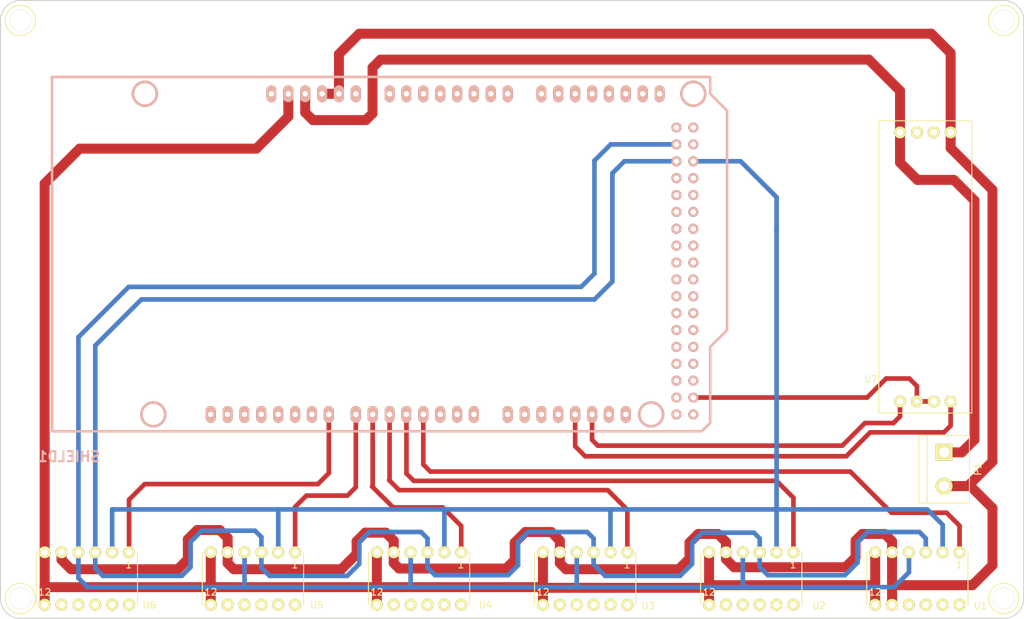
<source format=kicad_pcb>
(kicad_pcb (version 4) (host pcbnew 4.0.1-3.201512221402+6198~38~ubuntu14.04.1-stable)

  (general
    (links 51)
    (no_connects 0)
    (area 74.86103 49.627 229.475001 144.569)
    (thickness 1.6)
    (drawings 8)
    (tracks 258)
    (zones 0)
    (modules 13)
    (nets 114)
  )

  (page A4)
  (layers
    (0 F.Cu signal)
    (31 B.Cu signal)
    (32 B.Adhes user)
    (33 F.Adhes user)
    (34 B.Paste user)
    (35 F.Paste user)
    (36 B.SilkS user)
    (37 F.SilkS user)
    (38 B.Mask user)
    (39 F.Mask user)
    (40 Dwgs.User user)
    (41 Cmts.User user)
    (42 Eco1.User user)
    (43 Eco2.User user)
    (44 Edge.Cuts user)
    (45 Margin user)
    (46 B.CrtYd user)
    (47 F.CrtYd user)
    (48 B.Fab user)
    (49 F.Fab user)
  )

  (setup
    (last_trace_width 0.25)
    (trace_clearance 0.2)
    (zone_clearance 0.508)
    (zone_45_only no)
    (trace_min 0.2)
    (segment_width 0.2)
    (edge_width 0.15)
    (via_size 0.6)
    (via_drill 0.4)
    (via_min_size 0.4)
    (via_min_drill 0.3)
    (uvia_size 0.3)
    (uvia_drill 0.1)
    (uvias_allowed no)
    (uvia_min_size 0.2)
    (uvia_min_drill 0.1)
    (pcb_text_width 0.3)
    (pcb_text_size 1.5 1.5)
    (mod_edge_width 0.15)
    (mod_text_size 1 1)
    (mod_text_width 0.15)
    (pad_size 3.2 3.2)
    (pad_drill 3.2)
    (pad_to_mask_clearance 0.2)
    (aux_axis_origin 0 0)
    (visible_elements FFFFFF7F)
    (pcbplotparams
      (layerselection 0x00000_80000000)
      (usegerberextensions false)
      (excludeedgelayer false)
      (linewidth 0.100000)
      (plotframeref false)
      (viasonmask false)
      (mode 1)
      (useauxorigin false)
      (hpglpennumber 1)
      (hpglpenspeed 20)
      (hpglpendiameter 15)
      (hpglpenoverlay 2)
      (psnegative false)
      (psa4output false)
      (plotreference true)
      (plotvalue true)
      (plotinvisibletext false)
      (padsonsilk false)
      (subtractmaskfromsilk false)
      (outputformat 5)
      (mirror true)
      (drillshape 0)
      (scaleselection 1)
      (outputdirectory ""))
  )

  (net 0 "")
  (net 1 "Net-(SHIELD1-Pad14)")
  (net 2 "Net-(SHIELD1-Pad15)")
  (net 3 "Net-(SHIELD1-Pad16)")
  (net 4 "Net-(SHIELD1-Pad17)")
  (net 5 TX)
  (net 6 RX)
  (net 7 "Net-(SHIELD1-Pad20)")
  (net 8 "Net-(SHIELD1-Pad21)")
  (net 9 "Net-(SHIELD1-PadAD15)")
  (net 10 "Net-(SHIELD1-PadAD14)")
  (net 11 "Net-(SHIELD1-PadAD13)")
  (net 12 "Net-(SHIELD1-PadAD12)")
  (net 13 "Net-(SHIELD1-PadAD8)")
  (net 14 "Net-(SHIELD1-PadAD7)")
  (net 15 "Net-(SHIELD1-PadAD6)")
  (net 16 "Net-(SHIELD1-PadAD9)")
  (net 17 "Net-(SHIELD1-PadAD10)")
  (net 18 "Net-(SHIELD1-PadAD11)")
  (net 19 "Net-(SHIELD1-PadAD5)")
  (net 20 "Net-(SHIELD1-PadAD4)")
  (net 21 "Net-(SHIELD1-PadAD3)")
  (net 22 "Net-(SHIELD1-PadAD0)")
  (net 23 "Net-(SHIELD1-PadAD1)")
  (net 24 "Net-(SHIELD1-PadAD2)")
  (net 25 "Net-(SHIELD1-PadV_IN)")
  (net 26 GNDREF)
  (net 27 "Net-(SHIELD1-PadRST)")
  (net 28 "Net-(SHIELD1-Pad0)")
  (net 29 "Net-(SHIELD1-Pad1)")
  (net 30 DE)
  (net 31 "Net-(SHIELD1-Pad9)")
  (net 32 "Net-(SHIELD1-Pad10)")
  (net 33 "Net-(SHIELD1-Pad11)")
  (net 34 "Net-(SHIELD1-Pad12)")
  (net 35 "Net-(SHIELD1-Pad13)")
  (net 36 "Net-(SHIELD1-PadGND3)")
  (net 37 "Net-(SHIELD1-PadAREF)")
  (net 38 +5V)
  (net 39 "Net-(SHIELD1-Pad22)")
  (net 40 "Net-(SHIELD1-Pad24)")
  (net 41 "Net-(SHIELD1-Pad25)")
  (net 42 "Net-(SHIELD1-Pad26)")
  (net 43 "Net-(SHIELD1-Pad27)")
  (net 44 "Net-(SHIELD1-Pad28)")
  (net 45 "Net-(SHIELD1-Pad29)")
  (net 46 "Net-(SHIELD1-Pad5V_4)")
  (net 47 "Net-(SHIELD1-Pad5V_5)")
  (net 48 "Net-(SHIELD1-Pad31)")
  (net 49 "Net-(SHIELD1-Pad30)")
  (net 50 "Net-(SHIELD1-Pad32)")
  (net 51 "Net-(SHIELD1-Pad33)")
  (net 52 "Net-(SHIELD1-Pad34)")
  (net 53 "Net-(SHIELD1-Pad35)")
  (net 54 "Net-(SHIELD1-Pad36)")
  (net 55 "Net-(SHIELD1-Pad37)")
  (net 56 "Net-(SHIELD1-Pad38)")
  (net 57 "Net-(SHIELD1-Pad39)")
  (net 58 "Net-(SHIELD1-Pad40)")
  (net 59 "Net-(SHIELD1-Pad41)")
  (net 60 "Net-(SHIELD1-Pad42)")
  (net 61 "Net-(SHIELD1-Pad43)")
  (net 62 "Net-(SHIELD1-Pad44)")
  (net 63 "Net-(SHIELD1-Pad45)")
  (net 64 "Net-(SHIELD1-Pad46)")
  (net 65 "Net-(SHIELD1-Pad47)")
  (net 66 "Net-(SHIELD1-Pad48)")
  (net 67 "Net-(SHIELD1-Pad49)")
  (net 68 MISO)
  (net 69 MOSI)
  (net 70 SCK)
  (net 71 "Net-(SHIELD1-Pad53)")
  (net 72 "Net-(SHIELD1-PadGND4)")
  (net 73 "Net-(SHIELD1-PadGND5)")
  (net 74 "Net-(U7-Pad7)")
  (net 75 "Net-(U7-Pad6)")
  (net 76 "Net-(U1-Pad7)")
  (net 77 "Net-(U1-Pad8)")
  (net 78 "Net-(U1-Pad9)")
  (net 79 "Net-(U1-Pad10)")
  (net 80 "Net-(U2-Pad7)")
  (net 81 "Net-(U2-Pad8)")
  (net 82 "Net-(U2-Pad9)")
  (net 83 "Net-(U2-Pad10)")
  (net 84 SS4)
  (net 85 "Net-(U3-Pad7)")
  (net 86 "Net-(U3-Pad8)")
  (net 87 "Net-(U3-Pad9)")
  (net 88 "Net-(U3-Pad10)")
  (net 89 "Net-(U4-Pad7)")
  (net 90 "Net-(U4-Pad8)")
  (net 91 "Net-(U4-Pad9)")
  (net 92 "Net-(U4-Pad10)")
  (net 93 "Net-(U5-Pad7)")
  (net 94 "Net-(U5-Pad8)")
  (net 95 "Net-(U5-Pad9)")
  (net 96 "Net-(U5-Pad10)")
  (net 97 SS6)
  (net 98 "Net-(U6-Pad7)")
  (net 99 "Net-(U6-Pad8)")
  (net 100 "Net-(U6-Pad9)")
  (net 101 "Net-(U6-Pad10)")
  (net 102 +3V3)
  (net 103 SS1)
  (net 104 SS2)
  (net 105 SS3)
  (net 106 SS5)
  (net 107 "Net-(SHIELD1-Pad2)")
  (net 108 "Net-(U1-Pad11)")
  (net 109 "Net-(U2-Pad11)")
  (net 110 "Net-(U3-Pad11)")
  (net 111 "Net-(U4-Pad11)")
  (net 112 "Net-(U5-Pad11)")
  (net 113 "Net-(U6-Pad11)")

  (net_class Default "This is the default net class."
    (clearance 0.2)
    (trace_width 0.25)
    (via_dia 0.6)
    (via_drill 0.4)
    (uvia_dia 0.3)
    (uvia_drill 0.1)
    (add_net "Net-(SHIELD1-Pad0)")
    (add_net "Net-(SHIELD1-Pad1)")
    (add_net "Net-(SHIELD1-Pad10)")
    (add_net "Net-(SHIELD1-Pad11)")
    (add_net "Net-(SHIELD1-Pad12)")
    (add_net "Net-(SHIELD1-Pad13)")
    (add_net "Net-(SHIELD1-Pad14)")
    (add_net "Net-(SHIELD1-Pad15)")
    (add_net "Net-(SHIELD1-Pad16)")
    (add_net "Net-(SHIELD1-Pad17)")
    (add_net "Net-(SHIELD1-Pad2)")
    (add_net "Net-(SHIELD1-Pad20)")
    (add_net "Net-(SHIELD1-Pad21)")
    (add_net "Net-(SHIELD1-Pad22)")
    (add_net "Net-(SHIELD1-Pad24)")
    (add_net "Net-(SHIELD1-Pad25)")
    (add_net "Net-(SHIELD1-Pad26)")
    (add_net "Net-(SHIELD1-Pad27)")
    (add_net "Net-(SHIELD1-Pad28)")
    (add_net "Net-(SHIELD1-Pad29)")
    (add_net "Net-(SHIELD1-Pad30)")
    (add_net "Net-(SHIELD1-Pad31)")
    (add_net "Net-(SHIELD1-Pad32)")
    (add_net "Net-(SHIELD1-Pad33)")
    (add_net "Net-(SHIELD1-Pad34)")
    (add_net "Net-(SHIELD1-Pad35)")
    (add_net "Net-(SHIELD1-Pad36)")
    (add_net "Net-(SHIELD1-Pad37)")
    (add_net "Net-(SHIELD1-Pad38)")
    (add_net "Net-(SHIELD1-Pad39)")
    (add_net "Net-(SHIELD1-Pad40)")
    (add_net "Net-(SHIELD1-Pad41)")
    (add_net "Net-(SHIELD1-Pad42)")
    (add_net "Net-(SHIELD1-Pad43)")
    (add_net "Net-(SHIELD1-Pad44)")
    (add_net "Net-(SHIELD1-Pad45)")
    (add_net "Net-(SHIELD1-Pad46)")
    (add_net "Net-(SHIELD1-Pad47)")
    (add_net "Net-(SHIELD1-Pad48)")
    (add_net "Net-(SHIELD1-Pad49)")
    (add_net "Net-(SHIELD1-Pad53)")
    (add_net "Net-(SHIELD1-Pad5V_4)")
    (add_net "Net-(SHIELD1-Pad5V_5)")
    (add_net "Net-(SHIELD1-Pad9)")
    (add_net "Net-(SHIELD1-PadAD0)")
    (add_net "Net-(SHIELD1-PadAD1)")
    (add_net "Net-(SHIELD1-PadAD10)")
    (add_net "Net-(SHIELD1-PadAD11)")
    (add_net "Net-(SHIELD1-PadAD12)")
    (add_net "Net-(SHIELD1-PadAD13)")
    (add_net "Net-(SHIELD1-PadAD14)")
    (add_net "Net-(SHIELD1-PadAD15)")
    (add_net "Net-(SHIELD1-PadAD2)")
    (add_net "Net-(SHIELD1-PadAD3)")
    (add_net "Net-(SHIELD1-PadAD4)")
    (add_net "Net-(SHIELD1-PadAD5)")
    (add_net "Net-(SHIELD1-PadAD6)")
    (add_net "Net-(SHIELD1-PadAD7)")
    (add_net "Net-(SHIELD1-PadAD8)")
    (add_net "Net-(SHIELD1-PadAD9)")
    (add_net "Net-(SHIELD1-PadAREF)")
    (add_net "Net-(SHIELD1-PadGND3)")
    (add_net "Net-(SHIELD1-PadGND4)")
    (add_net "Net-(SHIELD1-PadGND5)")
    (add_net "Net-(SHIELD1-PadRST)")
    (add_net "Net-(SHIELD1-PadV_IN)")
    (add_net "Net-(U1-Pad10)")
    (add_net "Net-(U1-Pad11)")
    (add_net "Net-(U1-Pad7)")
    (add_net "Net-(U1-Pad8)")
    (add_net "Net-(U1-Pad9)")
    (add_net "Net-(U2-Pad10)")
    (add_net "Net-(U2-Pad11)")
    (add_net "Net-(U2-Pad7)")
    (add_net "Net-(U2-Pad8)")
    (add_net "Net-(U2-Pad9)")
    (add_net "Net-(U3-Pad10)")
    (add_net "Net-(U3-Pad11)")
    (add_net "Net-(U3-Pad7)")
    (add_net "Net-(U3-Pad8)")
    (add_net "Net-(U3-Pad9)")
    (add_net "Net-(U4-Pad10)")
    (add_net "Net-(U4-Pad11)")
    (add_net "Net-(U4-Pad7)")
    (add_net "Net-(U4-Pad8)")
    (add_net "Net-(U4-Pad9)")
    (add_net "Net-(U5-Pad10)")
    (add_net "Net-(U5-Pad11)")
    (add_net "Net-(U5-Pad7)")
    (add_net "Net-(U5-Pad8)")
    (add_net "Net-(U5-Pad9)")
    (add_net "Net-(U6-Pad10)")
    (add_net "Net-(U6-Pad11)")
    (add_net "Net-(U6-Pad7)")
    (add_net "Net-(U6-Pad8)")
    (add_net "Net-(U6-Pad9)")
    (add_net "Net-(U7-Pad6)")
    (add_net "Net-(U7-Pad7)")
  )

  (net_class Power ""
    (clearance 0.2)
    (trace_width 1.5)
    (via_dia 0.6)
    (via_drill 0.4)
    (uvia_dia 0.3)
    (uvia_drill 0.1)
    (add_net +3V3)
    (add_net +5V)
    (add_net GNDREF)
  )

  (net_class Signal ""
    (clearance 0.2)
    (trace_width 0.7)
    (via_dia 0.6)
    (via_drill 0.4)
    (uvia_dia 0.3)
    (uvia_drill 0.1)
    (add_net DE)
    (add_net MISO)
    (add_net MOSI)
    (add_net RX)
    (add_net SCK)
    (add_net SS1)
    (add_net SS2)
    (add_net SS3)
    (add_net SS4)
    (add_net SS5)
    (add_net SS6)
    (add_net TX)
  )

  (module Connect:1pin (layer F.Cu) (tedit 56B9F914) (tstamp 56B9FA98)
    (at 226.4 140.8)
    (descr "module 1 pin (ou trou mecanique de percage)")
    (tags DEV)
    (fp_text reference REF** (at 0 -3.048) (layer F.SilkS) hide
      (effects (font (size 1 1) (thickness 0.15)))
    )
    (fp_text value 1pin (at 0 2.794) (layer F.Fab) hide
      (effects (font (size 1 1) (thickness 0.15)))
    )
    (fp_circle (center 0 0) (end 0 -2.286) (layer F.SilkS) (width 0.15))
    (pad 1 thru_hole circle (at 0 0) (size 3.2 3.2) (drill 3.2) (layers *.Cu *.Mask F.SilkS))
  )

  (module Connect:1pin (layer F.Cu) (tedit 56B9F91F) (tstamp 56B9FA93)
    (at 226.4 53.8)
    (descr "module 1 pin (ou trou mecanique de percage)")
    (tags DEV)
    (fp_text reference REF** (at 0 -3.048) (layer F.SilkS) hide
      (effects (font (size 1 1) (thickness 0.15)))
    )
    (fp_text value 1pin (at 0 2.794) (layer F.Fab) hide
      (effects (font (size 1 1) (thickness 0.15)))
    )
    (fp_circle (center 0 0) (end 0 -2.286) (layer F.SilkS) (width 0.15))
    (pad 1 thru_hole circle (at 0 0) (size 3.2 3.2) (drill 3.2) (layers *.Cu *.Mask F.SilkS))
  )

  (module Connect:1pin (layer F.Cu) (tedit 56B9F8F8) (tstamp 56B9FA8C)
    (at 78.4 53.8)
    (descr "module 1 pin (ou trou mecanique de percage)")
    (tags DEV)
    (fp_text reference REF** (at 0 -3.048) (layer F.SilkS) hide
      (effects (font (size 1 1) (thickness 0.15)))
    )
    (fp_text value 1pin (at 0 2.794) (layer F.Fab) hide
      (effects (font (size 1 1) (thickness 0.15)))
    )
    (fp_circle (center 0 0) (end 0 -2.286) (layer F.SilkS) (width 0.15))
    (pad 1 thru_hole circle (at 0 0) (size 3.2 3.2) (drill 3.2) (layers *.Cu *.Mask F.SilkS))
  )

  (module "arduino_shields:ARDUINO MEGA SHIELD" (layer B.Cu) (tedit 4D154886) (tstamp 56B67CD8)
    (at 83.16 62.3)
    (path /56B21FDD)
    (fp_text reference SHIELD1 (at 2.54 57.15) (layer B.SilkS)
      (effects (font (thickness 0.3048)) (justify mirror))
    )
    (fp_text value ARDUINO_MEGA_SHIELD (at 5.08 54.61) (layer B.SilkS) hide
      (effects (font (thickness 0.3048)) (justify mirror))
    )
    (fp_line (start 99.06 0) (end 0 0) (layer B.SilkS) (width 0.381))
    (fp_line (start 97.79 53.34) (end 0 53.34) (layer B.SilkS) (width 0.381))
    (fp_line (start 99.06 40.64) (end 99.06 52.07) (layer B.SilkS) (width 0.381))
    (fp_line (start 99.06 52.07) (end 97.79 53.34) (layer B.SilkS) (width 0.381))
    (fp_line (start 0 0) (end 0 53.34) (layer B.SilkS) (width 0.381))
    (fp_line (start 99.06 40.64) (end 101.6 38.1) (layer B.SilkS) (width 0.381))
    (fp_line (start 101.6 38.1) (end 101.6 5.08) (layer B.SilkS) (width 0.381))
    (fp_line (start 101.6 5.08) (end 99.06 2.54) (layer B.SilkS) (width 0.381))
    (fp_line (start 99.06 2.54) (end 99.06 0) (layer B.SilkS) (width 0.381))
    (pad 14 thru_hole oval (at 68.58 50.8 270) (size 2.54 1.524) (drill 0.8128) (layers *.Cu *.Mask B.SilkS)
      (net 1 "Net-(SHIELD1-Pad14)"))
    (pad 15 thru_hole oval (at 71.12 50.8 270) (size 2.54 1.524) (drill 0.8128) (layers *.Cu *.Mask B.SilkS)
      (net 2 "Net-(SHIELD1-Pad15)"))
    (pad 16 thru_hole oval (at 73.66 50.8 270) (size 2.54 1.524) (drill 0.8128) (layers *.Cu *.Mask B.SilkS)
      (net 3 "Net-(SHIELD1-Pad16)"))
    (pad 17 thru_hole oval (at 76.2 50.8 270) (size 2.54 1.524) (drill 0.8128) (layers *.Cu *.Mask B.SilkS)
      (net 4 "Net-(SHIELD1-Pad17)"))
    (pad 18 thru_hole oval (at 78.74 50.8 270) (size 2.54 1.524) (drill 0.8128) (layers *.Cu *.Mask B.SilkS)
      (net 5 TX))
    (pad 19 thru_hole oval (at 81.28 50.8 270) (size 2.54 1.524) (drill 0.8128) (layers *.Cu *.Mask B.SilkS)
      (net 6 RX))
    (pad 20 thru_hole oval (at 83.82 50.8 270) (size 2.54 1.524) (drill 0.8128) (layers *.Cu *.Mask B.SilkS)
      (net 7 "Net-(SHIELD1-Pad20)"))
    (pad 21 thru_hole oval (at 86.36 50.8 270) (size 2.54 1.524) (drill 0.8128) (layers *.Cu *.Mask B.SilkS)
      (net 8 "Net-(SHIELD1-Pad21)"))
    (pad AD15 thru_hole oval (at 91.44 2.54 270) (size 2.54 1.524) (drill 0.8128) (layers *.Cu *.Mask B.SilkS)
      (net 9 "Net-(SHIELD1-PadAD15)"))
    (pad AD14 thru_hole oval (at 88.9 2.54 270) (size 2.54 1.524) (drill 0.8128) (layers *.Cu *.Mask B.SilkS)
      (net 10 "Net-(SHIELD1-PadAD14)"))
    (pad AD13 thru_hole oval (at 86.36 2.54 270) (size 2.54 1.524) (drill 0.8128) (layers *.Cu *.Mask B.SilkS)
      (net 11 "Net-(SHIELD1-PadAD13)"))
    (pad AD12 thru_hole oval (at 83.82 2.54 270) (size 2.54 1.524) (drill 0.8128) (layers *.Cu *.Mask B.SilkS)
      (net 12 "Net-(SHIELD1-PadAD12)"))
    (pad AD8 thru_hole oval (at 73.66 2.54 270) (size 2.54 1.524) (drill 0.8128) (layers *.Cu *.Mask B.SilkS)
      (net 13 "Net-(SHIELD1-PadAD8)"))
    (pad AD7 thru_hole oval (at 68.58 2.54 270) (size 2.54 1.524) (drill 0.8128) (layers *.Cu *.Mask B.SilkS)
      (net 14 "Net-(SHIELD1-PadAD7)"))
    (pad AD6 thru_hole oval (at 66.04 2.54 270) (size 2.54 1.524) (drill 0.8128) (layers *.Cu *.Mask B.SilkS)
      (net 15 "Net-(SHIELD1-PadAD6)"))
    (pad AD9 thru_hole oval (at 76.2 2.54 270) (size 2.54 1.524) (drill 0.8128) (layers *.Cu *.Mask B.SilkS)
      (net 16 "Net-(SHIELD1-PadAD9)"))
    (pad AD10 thru_hole oval (at 78.74 2.54 270) (size 2.54 1.524) (drill 0.8128) (layers *.Cu *.Mask B.SilkS)
      (net 17 "Net-(SHIELD1-PadAD10)"))
    (pad AD11 thru_hole oval (at 81.28 2.54 270) (size 2.54 1.524) (drill 0.8128) (layers *.Cu *.Mask B.SilkS)
      (net 18 "Net-(SHIELD1-PadAD11)"))
    (pad AD5 thru_hole oval (at 63.5 2.54 270) (size 2.54 1.524) (drill 0.8128) (layers *.Cu *.Mask B.SilkS)
      (net 19 "Net-(SHIELD1-PadAD5)"))
    (pad AD4 thru_hole oval (at 60.96 2.54 270) (size 2.54 1.524) (drill 0.8128) (layers *.Cu *.Mask B.SilkS)
      (net 20 "Net-(SHIELD1-PadAD4)"))
    (pad AD3 thru_hole oval (at 58.42 2.54 270) (size 2.54 1.524) (drill 0.8128) (layers *.Cu *.Mask B.SilkS)
      (net 21 "Net-(SHIELD1-PadAD3)"))
    (pad AD0 thru_hole oval (at 50.8 2.54 270) (size 2.54 1.524) (drill 0.8128) (layers *.Cu *.Mask B.SilkS)
      (net 22 "Net-(SHIELD1-PadAD0)"))
    (pad AD1 thru_hole oval (at 53.34 2.54 270) (size 2.54 1.524) (drill 0.8128) (layers *.Cu *.Mask B.SilkS)
      (net 23 "Net-(SHIELD1-PadAD1)"))
    (pad AD2 thru_hole oval (at 55.88 2.54 270) (size 2.54 1.524) (drill 0.8128) (layers *.Cu *.Mask B.SilkS)
      (net 24 "Net-(SHIELD1-PadAD2)"))
    (pad V_IN thru_hole oval (at 45.72 2.54 270) (size 2.54 1.524) (drill 0.8128) (layers *.Cu *.Mask B.SilkS)
      (net 25 "Net-(SHIELD1-PadV_IN)"))
    (pad GND2 thru_hole oval (at 43.18 2.54 270) (size 2.54 1.524) (drill 0.8128) (layers *.Cu *.Mask B.SilkS)
      (net 26 GNDREF))
    (pad GND1 thru_hole oval (at 40.64 2.54 270) (size 2.54 1.524) (drill 0.8128) (layers *.Cu *.Mask B.SilkS)
      (net 26 GNDREF))
    (pad 3V3 thru_hole oval (at 35.56 2.54 270) (size 2.54 1.524) (drill 0.8128) (layers *.Cu *.Mask B.SilkS)
      (net 102 +3V3))
    (pad RST thru_hole oval (at 33.02 2.54 270) (size 2.54 1.524) (drill 0.8128) (layers *.Cu *.Mask B.SilkS)
      (net 27 "Net-(SHIELD1-PadRST)"))
    (pad 0 thru_hole oval (at 63.5 50.8 270) (size 2.54 1.524) (drill 0.8128) (layers *.Cu *.Mask B.SilkS)
      (net 28 "Net-(SHIELD1-Pad0)"))
    (pad 1 thru_hole oval (at 60.96 50.8 270) (size 2.54 1.524) (drill 0.8128) (layers *.Cu *.Mask B.SilkS)
      (net 29 "Net-(SHIELD1-Pad1)"))
    (pad 2 thru_hole oval (at 58.42 50.8 270) (size 2.54 1.524) (drill 0.8128) (layers *.Cu *.Mask B.SilkS)
      (net 107 "Net-(SHIELD1-Pad2)"))
    (pad 3 thru_hole oval (at 55.88 50.8 270) (size 2.54 1.524) (drill 0.8128) (layers *.Cu *.Mask B.SilkS)
      (net 103 SS1))
    (pad 4 thru_hole oval (at 53.34 50.8 270) (size 2.54 1.524) (drill 0.8128) (layers *.Cu *.Mask B.SilkS)
      (net 104 SS2))
    (pad 5 thru_hole oval (at 50.8 50.8 270) (size 2.54 1.524) (drill 0.8128) (layers *.Cu *.Mask B.SilkS)
      (net 105 SS3))
    (pad 6 thru_hole oval (at 48.26 50.8 270) (size 2.54 1.524) (drill 0.8128) (layers *.Cu *.Mask B.SilkS)
      (net 84 SS4))
    (pad 7 thru_hole oval (at 45.72 50.8 270) (size 2.54 1.524) (drill 0.8128) (layers *.Cu *.Mask B.SilkS)
      (net 106 SS5))
    (pad 8 thru_hole oval (at 41.656 50.8 270) (size 2.54 1.524) (drill 0.8128) (layers *.Cu *.Mask B.SilkS)
      (net 97 SS6))
    (pad 9 thru_hole oval (at 39.116 50.8 270) (size 2.54 1.524) (drill 0.8128) (layers *.Cu *.Mask B.SilkS)
      (net 31 "Net-(SHIELD1-Pad9)"))
    (pad 10 thru_hole oval (at 36.576 50.8 270) (size 2.54 1.524) (drill 0.8128) (layers *.Cu *.Mask B.SilkS)
      (net 32 "Net-(SHIELD1-Pad10)"))
    (pad 11 thru_hole oval (at 34.036 50.8 270) (size 2.54 1.524) (drill 0.8128) (layers *.Cu *.Mask B.SilkS)
      (net 33 "Net-(SHIELD1-Pad11)"))
    (pad 12 thru_hole oval (at 31.496 50.8 270) (size 2.54 1.524) (drill 0.8128) (layers *.Cu *.Mask B.SilkS)
      (net 34 "Net-(SHIELD1-Pad12)"))
    (pad 13 thru_hole oval (at 28.956 50.8 270) (size 2.54 1.524) (drill 0.8128) (layers *.Cu *.Mask B.SilkS)
      (net 35 "Net-(SHIELD1-Pad13)"))
    (pad GND3 thru_hole oval (at 26.416 50.8 270) (size 2.54 1.524) (drill 0.8128) (layers *.Cu *.Mask B.SilkS)
      (net 36 "Net-(SHIELD1-PadGND3)"))
    (pad AREF thru_hole oval (at 23.876 50.8 270) (size 2.54 1.524) (drill 0.8128) (layers *.Cu *.Mask B.SilkS)
      (net 37 "Net-(SHIELD1-PadAREF)"))
    (pad 5V thru_hole oval (at 38.1 2.54 270) (size 2.54 1.524) (drill 0.8128) (layers *.Cu *.Mask B.SilkS)
      (net 38 +5V))
    (pad "" thru_hole circle (at 96.52 2.54 270) (size 3.937 3.937) (drill 3.175) (layers *.Cu *.Mask B.SilkS))
    (pad "" thru_hole circle (at 90.17 50.8 270) (size 3.937 3.937) (drill 3.175) (layers *.Cu *.Mask B.SilkS))
    (pad "" thru_hole circle (at 15.24 50.8 270) (size 3.937 3.937) (drill 3.175) (layers *.Cu *.Mask B.SilkS))
    (pad "" thru_hole circle (at 13.97 2.54 270) (size 3.937 3.937) (drill 3.175) (layers *.Cu *.Mask B.SilkS))
    (pad 22 thru_hole circle (at 93.98 48.26) (size 1.524 1.524) (drill 0.8128) (layers *.Cu *.Mask B.SilkS)
      (net 39 "Net-(SHIELD1-Pad22)"))
    (pad 23 thru_hole circle (at 96.52 48.26) (size 1.524 1.524) (drill 0.8128) (layers *.Cu *.Mask B.SilkS)
      (net 30 DE))
    (pad 24 thru_hole circle (at 93.98 45.72) (size 1.524 1.524) (drill 0.8128) (layers *.Cu *.Mask B.SilkS)
      (net 40 "Net-(SHIELD1-Pad24)"))
    (pad 25 thru_hole circle (at 96.52 45.72) (size 1.524 1.524) (drill 0.8128) (layers *.Cu *.Mask B.SilkS)
      (net 41 "Net-(SHIELD1-Pad25)"))
    (pad 26 thru_hole circle (at 93.98 43.18) (size 1.524 1.524) (drill 0.8128) (layers *.Cu *.Mask B.SilkS)
      (net 42 "Net-(SHIELD1-Pad26)"))
    (pad 27 thru_hole circle (at 96.52 43.18) (size 1.524 1.524) (drill 0.8128) (layers *.Cu *.Mask B.SilkS)
      (net 43 "Net-(SHIELD1-Pad27)"))
    (pad 28 thru_hole circle (at 93.98 40.64) (size 1.524 1.524) (drill 0.8128) (layers *.Cu *.Mask B.SilkS)
      (net 44 "Net-(SHIELD1-Pad28)"))
    (pad 29 thru_hole circle (at 96.52 40.64) (size 1.524 1.524) (drill 0.8128) (layers *.Cu *.Mask B.SilkS)
      (net 45 "Net-(SHIELD1-Pad29)"))
    (pad 5V_4 thru_hole circle (at 93.98 50.8) (size 1.524 1.524) (drill 0.8128) (layers *.Cu *.Mask B.SilkS)
      (net 46 "Net-(SHIELD1-Pad5V_4)"))
    (pad 5V_5 thru_hole circle (at 96.52 50.8) (size 1.524 1.524) (drill 0.8128) (layers *.Cu *.Mask B.SilkS)
      (net 47 "Net-(SHIELD1-Pad5V_5)"))
    (pad 31 thru_hole circle (at 96.52 38.1) (size 1.524 1.524) (drill 0.8128) (layers *.Cu *.Mask B.SilkS)
      (net 48 "Net-(SHIELD1-Pad31)"))
    (pad 30 thru_hole circle (at 93.98 38.1) (size 1.524 1.524) (drill 0.8128) (layers *.Cu *.Mask B.SilkS)
      (net 49 "Net-(SHIELD1-Pad30)"))
    (pad 32 thru_hole circle (at 93.98 35.56) (size 1.524 1.524) (drill 0.8128) (layers *.Cu *.Mask B.SilkS)
      (net 50 "Net-(SHIELD1-Pad32)"))
    (pad 33 thru_hole circle (at 96.52 35.56) (size 1.524 1.524) (drill 0.8128) (layers *.Cu *.Mask B.SilkS)
      (net 51 "Net-(SHIELD1-Pad33)"))
    (pad 34 thru_hole circle (at 93.98 33.02) (size 1.524 1.524) (drill 0.8128) (layers *.Cu *.Mask B.SilkS)
      (net 52 "Net-(SHIELD1-Pad34)"))
    (pad 35 thru_hole circle (at 96.52 33.02) (size 1.524 1.524) (drill 0.8128) (layers *.Cu *.Mask B.SilkS)
      (net 53 "Net-(SHIELD1-Pad35)"))
    (pad 36 thru_hole circle (at 93.98 30.48) (size 1.524 1.524) (drill 0.8128) (layers *.Cu *.Mask B.SilkS)
      (net 54 "Net-(SHIELD1-Pad36)"))
    (pad 37 thru_hole circle (at 96.52 30.48) (size 1.524 1.524) (drill 0.8128) (layers *.Cu *.Mask B.SilkS)
      (net 55 "Net-(SHIELD1-Pad37)"))
    (pad 38 thru_hole circle (at 93.98 27.94) (size 1.524 1.524) (drill 0.8128) (layers *.Cu *.Mask B.SilkS)
      (net 56 "Net-(SHIELD1-Pad38)"))
    (pad 39 thru_hole circle (at 96.52 27.94) (size 1.524 1.524) (drill 0.8128) (layers *.Cu *.Mask B.SilkS)
      (net 57 "Net-(SHIELD1-Pad39)"))
    (pad 40 thru_hole circle (at 93.98 25.4) (size 1.524 1.524) (drill 0.8128) (layers *.Cu *.Mask B.SilkS)
      (net 58 "Net-(SHIELD1-Pad40)"))
    (pad 41 thru_hole circle (at 96.52 25.4) (size 1.524 1.524) (drill 0.8128) (layers *.Cu *.Mask B.SilkS)
      (net 59 "Net-(SHIELD1-Pad41)"))
    (pad 42 thru_hole circle (at 93.98 22.86) (size 1.524 1.524) (drill 0.8128) (layers *.Cu *.Mask B.SilkS)
      (net 60 "Net-(SHIELD1-Pad42)"))
    (pad 43 thru_hole circle (at 96.52 22.86) (size 1.524 1.524) (drill 0.8128) (layers *.Cu *.Mask B.SilkS)
      (net 61 "Net-(SHIELD1-Pad43)"))
    (pad 44 thru_hole circle (at 93.98 20.32) (size 1.524 1.524) (drill 0.8128) (layers *.Cu *.Mask B.SilkS)
      (net 62 "Net-(SHIELD1-Pad44)"))
    (pad 45 thru_hole circle (at 96.52 20.32) (size 1.524 1.524) (drill 0.8128) (layers *.Cu *.Mask B.SilkS)
      (net 63 "Net-(SHIELD1-Pad45)"))
    (pad 46 thru_hole circle (at 93.98 17.78) (size 1.524 1.524) (drill 0.8128) (layers *.Cu *.Mask B.SilkS)
      (net 64 "Net-(SHIELD1-Pad46)"))
    (pad 47 thru_hole circle (at 96.52 17.78) (size 1.524 1.524) (drill 0.8128) (layers *.Cu *.Mask B.SilkS)
      (net 65 "Net-(SHIELD1-Pad47)"))
    (pad 48 thru_hole circle (at 93.98 15.24) (size 1.524 1.524) (drill 0.8128) (layers *.Cu *.Mask B.SilkS)
      (net 66 "Net-(SHIELD1-Pad48)"))
    (pad 49 thru_hole circle (at 96.52 15.24) (size 1.524 1.524) (drill 0.8128) (layers *.Cu *.Mask B.SilkS)
      (net 67 "Net-(SHIELD1-Pad49)"))
    (pad 50 thru_hole circle (at 93.98 12.7) (size 1.524 1.524) (drill 0.8128) (layers *.Cu *.Mask B.SilkS)
      (net 68 MISO))
    (pad 51 thru_hole circle (at 96.52 12.7) (size 1.524 1.524) (drill 0.8128) (layers *.Cu *.Mask B.SilkS)
      (net 69 MOSI))
    (pad 52 thru_hole circle (at 93.98 10.16) (size 1.524 1.524) (drill 0.8128) (layers *.Cu *.Mask B.SilkS)
      (net 70 SCK))
    (pad 53 thru_hole circle (at 96.52 10.16) (size 1.524 1.524) (drill 0.8128) (layers *.Cu *.Mask B.SilkS)
      (net 71 "Net-(SHIELD1-Pad53)"))
    (pad GND4 thru_hole circle (at 93.98 7.62) (size 1.524 1.524) (drill 0.8128) (layers *.Cu *.Mask B.SilkS)
      (net 72 "Net-(SHIELD1-PadGND4)"))
    (pad GND5 thru_hole circle (at 96.52 7.62) (size 1.524 1.524) (drill 0.8128) (layers *.Cu *.Mask B.SilkS)
      (net 73 "Net-(SHIELD1-PadGND5)"))
  )

  (module footprints:MAX485-PdxLbs (layer F.Cu) (tedit 56B675C8) (tstamp 56B67CE8)
    (at 214.6 90.9)
    (path /56A7D0F2)
    (fp_text reference U7 (at -8.2 16.9) (layer F.SilkS)
      (effects (font (size 1 1) (thickness 0.15)))
    )
    (fp_text value MAX485 (at -1 -22.9) (layer F.Fab)
      (effects (font (size 1 1) (thickness 0.15)))
    )
    (fp_line (start -7 -22) (end 7 -22) (layer F.SilkS) (width 0.15))
    (fp_line (start 7 22) (end 7 -22) (layer F.SilkS) (width 0.15))
    (fp_line (start -7 22) (end -7 -22) (layer F.SilkS) (width 0.15))
    (fp_line (start -7 22) (end 7 22) (layer F.SilkS) (width 0.15))
    (pad 1 thru_hole circle (at -3.81 20.25) (size 1.8 1.8) (drill 1) (layers *.Cu *.Mask F.SilkS)
      (net 6 RX))
    (pad 2 thru_hole circle (at -1.27 20.25) (size 1.8 1.8) (drill 0.762) (layers *.Cu *.Mask F.SilkS)
      (net 30 DE))
    (pad 3 thru_hole circle (at 1.27 20.25) (size 1.8 1.8) (drill 1) (layers *.Cu *.Mask F.SilkS)
      (net 30 DE))
    (pad 4 thru_hole circle (at 3.81 20.25) (size 1.8 1.8) (drill 1) (layers *.Cu *.Mask F.SilkS)
      (net 5 TX))
    (pad 8 thru_hole circle (at -3.81 -20.25) (size 1.8 1.8) (drill 1) (layers *.Cu *.Mask F.SilkS)
      (net 38 +5V))
    (pad 7 thru_hole circle (at -1.27 -20.25) (size 1.8 1.8) (drill 1) (layers *.Cu *.Mask F.SilkS)
      (net 74 "Net-(U7-Pad7)"))
    (pad 6 thru_hole circle (at 1.27 -20.25) (size 1.8 1.8) (drill 1) (layers *.Cu *.Mask F.SilkS)
      (net 75 "Net-(U7-Pad6)"))
    (pad 5 thru_hole circle (at 3.81 -20.25) (size 1.8 1.8) (drill 1) (layers *.Cu *.Mask F.SilkS)
      (net 26 GNDREF))
  )

  (module footprints:MAX31865-Module-PdxLbs (layer F.Cu) (tedit 56B6791C) (tstamp 56B68655)
    (at 213.4 137.8 180)
    (path /56A7CC0E)
    (fp_text reference U1 (at -9.5 -4.1 180) (layer F.SilkS)
      (effects (font (size 1 1) (thickness 0.15)))
    )
    (fp_text value MAX31865 (at 2.5 5.7 180) (layer F.Fab)
      (effects (font (size 1 1) (thickness 0.15)))
    )
    (fp_text user 12 (at 6.35 -2.05 180) (layer F.SilkS)
      (effects (font (size 1 1) (thickness 0.15)))
    )
    (fp_text user 1 (at -6.3 2.05 180) (layer F.SilkS)
      (effects (font (size 1 1) (thickness 0.15)))
    )
    (fp_line (start 7.62 3.95) (end 7.62 -3.95) (layer F.SilkS) (width 0.15))
    (fp_line (start -7.62 -3.95) (end -7.62 3.95) (layer F.SilkS) (width 0.15))
    (pad 1 thru_hole circle (at -6.35 3.95 180) (size 1.8 1.8) (drill 1) (layers *.Cu *.Mask F.SilkS)
      (net 103 SS1))
    (pad 2 thru_hole circle (at -3.81 3.95 180) (size 1.8 1.8) (drill 1) (layers *.Cu *.Mask F.SilkS)
      (net 69 MOSI))
    (pad 3 thru_hole circle (at -1.27 3.95 180) (size 1.8 1.8) (drill 1) (layers *.Cu *.Mask F.SilkS)
      (net 68 MISO))
    (pad 4 thru_hole circle (at 1.27 3.95 180) (size 1.8 1.8) (drill 1) (layers *.Cu *.Mask F.SilkS)
      (net 70 SCK))
    (pad 5 thru_hole circle (at 3.81 3.95 180) (size 1.8 1.8) (drill 1) (layers *.Cu *.Mask F.SilkS)
      (net 26 GNDREF))
    (pad 6 thru_hole circle (at 6.35 3.95 180) (size 1.8 1.8) (drill 1) (layers *.Cu *.Mask F.SilkS)
      (net 102 +3V3))
    (pad 7 thru_hole circle (at -6.35 -3.95 180) (size 1.8 1.8) (drill 1) (layers *.Cu *.Mask F.SilkS)
      (net 76 "Net-(U1-Pad7)"))
    (pad 8 thru_hole circle (at -3.81 -3.95 180) (size 1.8 1.8) (drill 1) (layers *.Cu *.Mask F.SilkS)
      (net 77 "Net-(U1-Pad8)"))
    (pad 9 thru_hole circle (at -1.27 -3.95 180) (size 1.8 1.8) (drill 1) (layers *.Cu *.Mask F.SilkS)
      (net 78 "Net-(U1-Pad9)"))
    (pad 10 thru_hole circle (at 1.27 -3.95 180) (size 1.8 1.8) (drill 1) (layers *.Cu *.Mask F.SilkS)
      (net 79 "Net-(U1-Pad10)"))
    (pad 11 thru_hole circle (at 3.81 -3.95 180) (size 1.8 1.8) (drill 1) (layers *.Cu *.Mask F.SilkS)
      (net 108 "Net-(U1-Pad11)"))
    (pad 12 thru_hole circle (at 6.35 -3.95 180) (size 1.8 1.8) (drill 1) (layers *.Cu *.Mask F.SilkS)
      (net 102 +3V3))
  )

  (module footprints:MAX31865-Module-PdxLbs (layer F.Cu) (tedit 56B6791C) (tstamp 56B68669)
    (at 188.4 137.8 180)
    (path /56A7CC32)
    (fp_text reference U2 (at -10.2 -4.1 180) (layer F.SilkS)
      (effects (font (size 1 1) (thickness 0.15)))
    )
    (fp_text value MAX31865 (at 2.5 5.7 180) (layer F.Fab)
      (effects (font (size 1 1) (thickness 0.15)))
    )
    (fp_text user 12 (at 6.35 -2.05 180) (layer F.SilkS)
      (effects (font (size 1 1) (thickness 0.15)))
    )
    (fp_text user 1 (at -6.3 2.05 180) (layer F.SilkS)
      (effects (font (size 1 1) (thickness 0.15)))
    )
    (fp_line (start 7.62 3.95) (end 7.62 -3.95) (layer F.SilkS) (width 0.15))
    (fp_line (start -7.62 -3.95) (end -7.62 3.95) (layer F.SilkS) (width 0.15))
    (pad 1 thru_hole circle (at -6.35 3.95 180) (size 1.8 1.8) (drill 1) (layers *.Cu *.Mask F.SilkS)
      (net 104 SS2))
    (pad 2 thru_hole circle (at -3.81 3.95 180) (size 1.8 1.8) (drill 1) (layers *.Cu *.Mask F.SilkS)
      (net 69 MOSI))
    (pad 3 thru_hole circle (at -1.27 3.95 180) (size 1.8 1.8) (drill 1) (layers *.Cu *.Mask F.SilkS)
      (net 68 MISO))
    (pad 4 thru_hole circle (at 1.27 3.95 180) (size 1.8 1.8) (drill 1) (layers *.Cu *.Mask F.SilkS)
      (net 70 SCK))
    (pad 5 thru_hole circle (at 3.81 3.95 180) (size 1.8 1.8) (drill 1) (layers *.Cu *.Mask F.SilkS)
      (net 26 GNDREF))
    (pad 6 thru_hole circle (at 6.35 3.95 180) (size 1.8 1.8) (drill 1) (layers *.Cu *.Mask F.SilkS)
      (net 102 +3V3))
    (pad 7 thru_hole circle (at -6.35 -3.95 180) (size 1.8 1.8) (drill 1) (layers *.Cu *.Mask F.SilkS)
      (net 80 "Net-(U2-Pad7)"))
    (pad 8 thru_hole circle (at -3.81 -3.95 180) (size 1.8 1.8) (drill 1) (layers *.Cu *.Mask F.SilkS)
      (net 81 "Net-(U2-Pad8)"))
    (pad 9 thru_hole circle (at -1.27 -3.95 180) (size 1.8 1.8) (drill 1) (layers *.Cu *.Mask F.SilkS)
      (net 82 "Net-(U2-Pad9)"))
    (pad 10 thru_hole circle (at 1.27 -3.95 180) (size 1.8 1.8) (drill 1) (layers *.Cu *.Mask F.SilkS)
      (net 83 "Net-(U2-Pad10)"))
    (pad 11 thru_hole circle (at 3.81 -3.95 180) (size 1.8 1.8) (drill 1) (layers *.Cu *.Mask F.SilkS)
      (net 109 "Net-(U2-Pad11)"))
    (pad 12 thru_hole circle (at 6.35 -3.95 180) (size 1.8 1.8) (drill 1) (layers *.Cu *.Mask F.SilkS)
      (net 102 +3V3))
  )

  (module footprints:MAX31865-Module-PdxLbs (layer F.Cu) (tedit 56B6791C) (tstamp 56B6867D)
    (at 163.4 137.8 180)
    (path /56A7CB98)
    (fp_text reference U3 (at -9.5 -4.1 180) (layer F.SilkS)
      (effects (font (size 1 1) (thickness 0.15)))
    )
    (fp_text value MAX31865 (at 2.5 5.7 180) (layer F.Fab)
      (effects (font (size 1 1) (thickness 0.15)))
    )
    (fp_text user 12 (at 6.35 -2.05 180) (layer F.SilkS)
      (effects (font (size 1 1) (thickness 0.15)))
    )
    (fp_text user 1 (at -6.3 2.05 180) (layer F.SilkS)
      (effects (font (size 1 1) (thickness 0.15)))
    )
    (fp_line (start 7.62 3.95) (end 7.62 -3.95) (layer F.SilkS) (width 0.15))
    (fp_line (start -7.62 -3.95) (end -7.62 3.95) (layer F.SilkS) (width 0.15))
    (pad 1 thru_hole circle (at -6.35 3.95 180) (size 1.8 1.8) (drill 1) (layers *.Cu *.Mask F.SilkS)
      (net 105 SS3))
    (pad 2 thru_hole circle (at -3.81 3.95 180) (size 1.8 1.8) (drill 1) (layers *.Cu *.Mask F.SilkS)
      (net 69 MOSI))
    (pad 3 thru_hole circle (at -1.27 3.95 180) (size 1.8 1.8) (drill 1) (layers *.Cu *.Mask F.SilkS)
      (net 68 MISO))
    (pad 4 thru_hole circle (at 1.27 3.95 180) (size 1.8 1.8) (drill 1) (layers *.Cu *.Mask F.SilkS)
      (net 70 SCK))
    (pad 5 thru_hole circle (at 3.81 3.95 180) (size 1.8 1.8) (drill 1) (layers *.Cu *.Mask F.SilkS)
      (net 26 GNDREF))
    (pad 6 thru_hole circle (at 6.35 3.95 180) (size 1.8 1.8) (drill 1) (layers *.Cu *.Mask F.SilkS)
      (net 102 +3V3))
    (pad 7 thru_hole circle (at -6.35 -3.95 180) (size 1.8 1.8) (drill 1) (layers *.Cu *.Mask F.SilkS)
      (net 85 "Net-(U3-Pad7)"))
    (pad 8 thru_hole circle (at -3.81 -3.95 180) (size 1.8 1.8) (drill 1) (layers *.Cu *.Mask F.SilkS)
      (net 86 "Net-(U3-Pad8)"))
    (pad 9 thru_hole circle (at -1.27 -3.95 180) (size 1.8 1.8) (drill 1) (layers *.Cu *.Mask F.SilkS)
      (net 87 "Net-(U3-Pad9)"))
    (pad 10 thru_hole circle (at 1.27 -3.95 180) (size 1.8 1.8) (drill 1) (layers *.Cu *.Mask F.SilkS)
      (net 88 "Net-(U3-Pad10)"))
    (pad 11 thru_hole circle (at 3.81 -3.95 180) (size 1.8 1.8) (drill 1) (layers *.Cu *.Mask F.SilkS)
      (net 110 "Net-(U3-Pad11)"))
    (pad 12 thru_hole circle (at 6.35 -3.95 180) (size 1.8 1.8) (drill 1) (layers *.Cu *.Mask F.SilkS)
      (net 102 +3V3))
  )

  (module footprints:MAX31865-Module-PdxLbs (layer F.Cu) (tedit 56B6791C) (tstamp 56B68691)
    (at 138.4 137.8 180)
    (path /56A7CBF5)
    (fp_text reference U4 (at -10 -4 180) (layer F.SilkS)
      (effects (font (size 1 1) (thickness 0.15)))
    )
    (fp_text value MAX31865 (at 2.5 5.7 180) (layer F.Fab)
      (effects (font (size 1 1) (thickness 0.15)))
    )
    (fp_text user 12 (at 6.35 -2.05 180) (layer F.SilkS)
      (effects (font (size 1 1) (thickness 0.15)))
    )
    (fp_text user 1 (at -6.3 2.05 180) (layer F.SilkS)
      (effects (font (size 1 1) (thickness 0.15)))
    )
    (fp_line (start 7.62 3.95) (end 7.62 -3.95) (layer F.SilkS) (width 0.15))
    (fp_line (start -7.62 -3.95) (end -7.62 3.95) (layer F.SilkS) (width 0.15))
    (pad 1 thru_hole circle (at -6.35 3.95 180) (size 1.8 1.8) (drill 1) (layers *.Cu *.Mask F.SilkS)
      (net 84 SS4))
    (pad 2 thru_hole circle (at -3.81 3.95 180) (size 1.8 1.8) (drill 1) (layers *.Cu *.Mask F.SilkS)
      (net 69 MOSI))
    (pad 3 thru_hole circle (at -1.27 3.95 180) (size 1.8 1.8) (drill 1) (layers *.Cu *.Mask F.SilkS)
      (net 68 MISO))
    (pad 4 thru_hole circle (at 1.27 3.95 180) (size 1.8 1.8) (drill 1) (layers *.Cu *.Mask F.SilkS)
      (net 70 SCK))
    (pad 5 thru_hole circle (at 3.81 3.95 180) (size 1.8 1.8) (drill 1) (layers *.Cu *.Mask F.SilkS)
      (net 26 GNDREF))
    (pad 6 thru_hole circle (at 6.35 3.95 180) (size 1.8 1.8) (drill 1) (layers *.Cu *.Mask F.SilkS)
      (net 102 +3V3))
    (pad 7 thru_hole circle (at -6.35 -3.95 180) (size 1.8 1.8) (drill 1) (layers *.Cu *.Mask F.SilkS)
      (net 89 "Net-(U4-Pad7)"))
    (pad 8 thru_hole circle (at -3.81 -3.95 180) (size 1.8 1.8) (drill 1) (layers *.Cu *.Mask F.SilkS)
      (net 90 "Net-(U4-Pad8)"))
    (pad 9 thru_hole circle (at -1.27 -3.95 180) (size 1.8 1.8) (drill 1) (layers *.Cu *.Mask F.SilkS)
      (net 91 "Net-(U4-Pad9)"))
    (pad 10 thru_hole circle (at 1.27 -3.95 180) (size 1.8 1.8) (drill 1) (layers *.Cu *.Mask F.SilkS)
      (net 92 "Net-(U4-Pad10)"))
    (pad 11 thru_hole circle (at 3.81 -3.95 180) (size 1.8 1.8) (drill 1) (layers *.Cu *.Mask F.SilkS)
      (net 111 "Net-(U4-Pad11)"))
    (pad 12 thru_hole circle (at 6.35 -3.95 180) (size 1.8 1.8) (drill 1) (layers *.Cu *.Mask F.SilkS)
      (net 102 +3V3))
  )

  (module footprints:MAX31865-Module-PdxLbs (layer F.Cu) (tedit 56B6791C) (tstamp 56B686A5)
    (at 113.4 137.8 180)
    (path /56A7CC4F)
    (fp_text reference U5 (at -9.6 -4 180) (layer F.SilkS)
      (effects (font (size 1 1) (thickness 0.15)))
    )
    (fp_text value MAX31865 (at 2.5 5.7 180) (layer F.Fab)
      (effects (font (size 1 1) (thickness 0.15)))
    )
    (fp_text user 12 (at 6.35 -2.05 180) (layer F.SilkS)
      (effects (font (size 1 1) (thickness 0.15)))
    )
    (fp_text user 1 (at -6.3 2.05 180) (layer F.SilkS)
      (effects (font (size 1 1) (thickness 0.15)))
    )
    (fp_line (start 7.62 3.95) (end 7.62 -3.95) (layer F.SilkS) (width 0.15))
    (fp_line (start -7.62 -3.95) (end -7.62 3.95) (layer F.SilkS) (width 0.15))
    (pad 1 thru_hole circle (at -6.35 3.95 180) (size 1.8 1.8) (drill 1) (layers *.Cu *.Mask F.SilkS)
      (net 106 SS5))
    (pad 2 thru_hole circle (at -3.81 3.95 180) (size 1.8 1.8) (drill 1) (layers *.Cu *.Mask F.SilkS)
      (net 69 MOSI))
    (pad 3 thru_hole circle (at -1.27 3.95 180) (size 1.8 1.8) (drill 1) (layers *.Cu *.Mask F.SilkS)
      (net 68 MISO))
    (pad 4 thru_hole circle (at 1.27 3.95 180) (size 1.8 1.8) (drill 1) (layers *.Cu *.Mask F.SilkS)
      (net 70 SCK))
    (pad 5 thru_hole circle (at 3.81 3.95 180) (size 1.8 1.8) (drill 1) (layers *.Cu *.Mask F.SilkS)
      (net 26 GNDREF))
    (pad 6 thru_hole circle (at 6.35 3.95 180) (size 1.8 1.8) (drill 1) (layers *.Cu *.Mask F.SilkS)
      (net 102 +3V3))
    (pad 7 thru_hole circle (at -6.35 -3.95 180) (size 1.8 1.8) (drill 1) (layers *.Cu *.Mask F.SilkS)
      (net 93 "Net-(U5-Pad7)"))
    (pad 8 thru_hole circle (at -3.81 -3.95 180) (size 1.8 1.8) (drill 1) (layers *.Cu *.Mask F.SilkS)
      (net 94 "Net-(U5-Pad8)"))
    (pad 9 thru_hole circle (at -1.27 -3.95 180) (size 1.8 1.8) (drill 1) (layers *.Cu *.Mask F.SilkS)
      (net 95 "Net-(U5-Pad9)"))
    (pad 10 thru_hole circle (at 1.27 -3.95 180) (size 1.8 1.8) (drill 1) (layers *.Cu *.Mask F.SilkS)
      (net 96 "Net-(U5-Pad10)"))
    (pad 11 thru_hole circle (at 3.81 -3.95 180) (size 1.8 1.8) (drill 1) (layers *.Cu *.Mask F.SilkS)
      (net 112 "Net-(U5-Pad11)"))
    (pad 12 thru_hole circle (at 6.35 -3.95 180) (size 1.8 1.8) (drill 1) (layers *.Cu *.Mask F.SilkS)
      (net 102 +3V3))
  )

  (module footprints:MAX31865-Module-PdxLbs (layer F.Cu) (tedit 56B6791C) (tstamp 56B686B9)
    (at 88.4 137.8 180)
    (path /56A7CCA2)
    (fp_text reference U6 (at -9.4 -4 180) (layer F.SilkS)
      (effects (font (size 1 1) (thickness 0.15)))
    )
    (fp_text value MAX31865 (at 2.5 5.7 180) (layer F.Fab)
      (effects (font (size 1 1) (thickness 0.15)))
    )
    (fp_text user 12 (at 6.35 -2.05 180) (layer F.SilkS)
      (effects (font (size 1 1) (thickness 0.15)))
    )
    (fp_text user 1 (at -6.3 2.05 180) (layer F.SilkS)
      (effects (font (size 1 1) (thickness 0.15)))
    )
    (fp_line (start 7.62 3.95) (end 7.62 -3.95) (layer F.SilkS) (width 0.15))
    (fp_line (start -7.62 -3.95) (end -7.62 3.95) (layer F.SilkS) (width 0.15))
    (pad 1 thru_hole circle (at -6.35 3.95 180) (size 1.8 1.8) (drill 1) (layers *.Cu *.Mask F.SilkS)
      (net 97 SS6))
    (pad 2 thru_hole circle (at -3.81 3.95 180) (size 1.8 1.8) (drill 1) (layers *.Cu *.Mask F.SilkS)
      (net 69 MOSI))
    (pad 3 thru_hole circle (at -1.27 3.95 180) (size 1.8 1.8) (drill 1) (layers *.Cu *.Mask F.SilkS)
      (net 68 MISO))
    (pad 4 thru_hole circle (at 1.27 3.95 180) (size 1.8 1.8) (drill 1) (layers *.Cu *.Mask F.SilkS)
      (net 70 SCK))
    (pad 5 thru_hole circle (at 3.81 3.95 180) (size 1.8 1.8) (drill 1) (layers *.Cu *.Mask F.SilkS)
      (net 26 GNDREF))
    (pad 6 thru_hole circle (at 6.35 3.95 180) (size 1.8 1.8) (drill 1) (layers *.Cu *.Mask F.SilkS)
      (net 102 +3V3))
    (pad 7 thru_hole circle (at -6.35 -3.95 180) (size 1.8 1.8) (drill 1) (layers *.Cu *.Mask F.SilkS)
      (net 98 "Net-(U6-Pad7)"))
    (pad 8 thru_hole circle (at -3.81 -3.95 180) (size 1.8 1.8) (drill 1) (layers *.Cu *.Mask F.SilkS)
      (net 99 "Net-(U6-Pad8)"))
    (pad 9 thru_hole circle (at -1.27 -3.95 180) (size 1.8 1.8) (drill 1) (layers *.Cu *.Mask F.SilkS)
      (net 100 "Net-(U6-Pad9)"))
    (pad 10 thru_hole circle (at 1.27 -3.95 180) (size 1.8 1.8) (drill 1) (layers *.Cu *.Mask F.SilkS)
      (net 101 "Net-(U6-Pad10)"))
    (pad 11 thru_hole circle (at 3.81 -3.95 180) (size 1.8 1.8) (drill 1) (layers *.Cu *.Mask F.SilkS)
      (net 113 "Net-(U6-Pad11)"))
    (pad 12 thru_hole circle (at 6.35 -3.95 180) (size 1.8 1.8) (drill 1) (layers *.Cu *.Mask F.SilkS)
      (net 102 +3V3))
  )

  (module Connect:bornier2 (layer F.Cu) (tedit 0) (tstamp 56B6AA3B)
    (at 217.43 121.35 270)
    (descr "Bornier d'alimentation 2 pins")
    (tags DEV)
    (path /56B68C43)
    (fp_text reference P1 (at 0 -5.08 270) (layer F.SilkS)
      (effects (font (size 1 1) (thickness 0.15)))
    )
    (fp_text value CONN_01X02 (at 0 5.08 270) (layer F.Fab)
      (effects (font (size 1 1) (thickness 0.15)))
    )
    (fp_line (start 5.08 2.54) (end -5.08 2.54) (layer F.SilkS) (width 0.15))
    (fp_line (start 5.08 3.81) (end 5.08 -3.81) (layer F.SilkS) (width 0.15))
    (fp_line (start 5.08 -3.81) (end -5.08 -3.81) (layer F.SilkS) (width 0.15))
    (fp_line (start -5.08 -3.81) (end -5.08 3.81) (layer F.SilkS) (width 0.15))
    (fp_line (start -5.08 3.81) (end 5.08 3.81) (layer F.SilkS) (width 0.15))
    (pad 1 thru_hole rect (at -2.54 0 270) (size 2.54 2.54) (drill 1.524) (layers *.Cu *.Mask F.SilkS)
      (net 38 +5V))
    (pad 2 thru_hole circle (at 2.54 0 270) (size 2.54 2.54) (drill 1.524) (layers *.Cu *.Mask F.SilkS)
      (net 26 GNDREF))
    (model Connect.3dshapes/bornier2.wrl
      (at (xyz 0 0 0))
      (scale (xyz 1 1 1))
      (rotate (xyz 0 0 0))
    )
  )

  (module Connect:1pin (layer F.Cu) (tedit 56B9F904) (tstamp 56B9FA6B)
    (at 78.4 140.8)
    (descr "module 1 pin (ou trou mecanique de percage)")
    (tags DEV)
    (fp_text reference REF** (at 0 -3.048) (layer F.SilkS) hide
      (effects (font (size 1 1) (thickness 0.15)))
    )
    (fp_text value 1pin (at 0 2.794) (layer F.Fab) hide
      (effects (font (size 1 1) (thickness 0.15)))
    )
    (fp_circle (center 0 0) (end 0 -2.286) (layer F.SilkS) (width 0.15))
    (pad 1 thru_hole circle (at 0 0) (size 3.2 3.2) (drill 3.2) (layers *.Cu *.Mask F.SilkS))
  )

  (gr_arc (start 226.4 53.8) (end 226.4 50.8) (angle 90) (layer Edge.Cuts) (width 0.15))
  (gr_arc (start 226.4 140.8) (end 229.4 140.8) (angle 90) (layer Edge.Cuts) (width 0.15))
  (gr_arc (start 78.4 53.8) (end 75.4 53.8) (angle 90) (layer Edge.Cuts) (width 0.15))
  (gr_arc (start 78.4 140.8) (end 78.4 143.8) (angle 90) (layer Edge.Cuts) (width 0.15))
  (gr_line (start 75.4 53.8) (end 75.4 140.8) (layer Edge.Cuts) (width 0.15))
  (gr_line (start 226.4 50.8) (end 78.4 50.8) (layer Edge.Cuts) (width 0.15))
  (gr_line (start 229.4 140.8) (end 229.4 53.8) (layer Edge.Cuts) (width 0.15))
  (gr_line (start 78.4 143.8) (end 226.4 143.8) (layer Edge.Cuts) (width 0.15))

  (segment (start 163.4 119.4) (end 161.9 117.9) (width 0.7) (layer F.Cu) (net 5))
  (segment (start 161.9 117.9) (end 161.9 113.1) (width 0.7) (layer F.Cu) (net 5))
  (segment (start 202.7 119.4) (end 163.4 119.4) (width 0.7) (layer F.Cu) (net 5))
  (segment (start 206.3 115.8) (end 202.7 119.4) (width 0.7) (layer F.Cu) (net 5))
  (segment (start 217.4 115.8) (end 206.3 115.8) (width 0.7) (layer F.Cu) (net 5))
  (segment (start 218.41 114.79) (end 217.4 115.8) (width 0.7) (layer F.Cu) (net 5))
  (segment (start 218.41 111.15) (end 218.41 114.79) (width 0.7) (layer F.Cu) (net 5))
  (segment (start 209.8 114.4) (end 210.79 113.41) (width 0.7) (layer F.Cu) (net 6))
  (segment (start 210.79 113.41) (end 210.79 111.15) (width 0.7) (layer F.Cu) (net 6))
  (segment (start 205.5 114.4) (end 209.8 114.4) (width 0.7) (layer F.Cu) (net 6))
  (segment (start 202.1 117.8) (end 205.5 114.4) (width 0.7) (layer F.Cu) (net 6))
  (segment (start 165.3 117.8) (end 202.1 117.8) (width 0.7) (layer F.Cu) (net 6))
  (segment (start 164.44 116.94) (end 165.3 117.8) (width 0.7) (layer F.Cu) (net 6))
  (segment (start 164.44 113.1) (end 164.44 116.94) (width 0.7) (layer F.Cu) (net 6))
  (segment (start 209.59 133.85) (end 209.59 138.8) (width 1.5) (layer F.Cu) (net 26))
  (segment (start 224.7 135.8) (end 221.7 138.8) (width 1.5) (layer F.Cu) (net 26))
  (segment (start 221.7 138.8) (end 209.59 138.8) (width 1.5) (layer F.Cu) (net 26))
  (segment (start 224.7 127.2) (end 224.7 135.8) (width 1.5) (layer F.Cu) (net 26))
  (segment (start 221.39 123.89) (end 224.7 127.2) (width 1.5) (layer F.Cu) (net 26))
  (segment (start 217.43 123.89) (end 221.39 123.89) (width 1.5) (layer F.Cu) (net 26))
  (segment (start 215.5 55.8) (end 218.41 58.71) (width 1.5) (layer F.Cu) (net 26))
  (segment (start 218.41 58.71) (end 218.41 70.65) (width 1.5) (layer F.Cu) (net 26))
  (segment (start 129.4 55.8) (end 215.5 55.8) (width 1.5) (layer F.Cu) (net 26))
  (segment (start 126.34 58.86) (end 129.4 55.8) (width 1.5) (layer F.Cu) (net 26))
  (segment (start 126.34 64.84) (end 126.34 58.86) (width 1.5) (layer F.Cu) (net 26))
  (segment (start 123.8 64.84) (end 126.34 64.84) (width 1.5) (layer F.Cu) (net 26))
  (segment (start 224.7 120.2) (end 221.01 123.89) (width 1.5) (layer F.Cu) (net 26))
  (segment (start 221.01 123.89) (end 217.43 123.89) (width 1.5) (layer F.Cu) (net 26))
  (segment (start 224.7 79.3) (end 224.7 120.2) (width 1.5) (layer F.Cu) (net 26))
  (segment (start 218.41 73.01) (end 224.7 79.3) (width 1.5) (layer F.Cu) (net 26))
  (segment (start 218.41 70.65) (end 218.41 73.01) (width 1.5) (layer F.Cu) (net 26))
  (segment (start 208.5 131.1) (end 209.59 132.19) (width 1.5) (layer F.Cu) (net 26))
  (segment (start 209.59 132.19) (end 209.59 133.85) (width 1.5) (layer F.Cu) (net 26))
  (segment (start 205.1 131.1) (end 208.5 131.1) (width 1.5) (layer F.Cu) (net 26))
  (segment (start 204.1 132.1) (end 205.1 131.1) (width 1.5) (layer F.Cu) (net 26))
  (segment (start 204.1 134.6) (end 204.1 132.1) (width 1.5) (layer F.Cu) (net 26))
  (segment (start 202.6 136.1) (end 204.1 134.6) (width 1.5) (layer F.Cu) (net 26))
  (segment (start 185.8 136.1) (end 202.6 136.1) (width 1.5) (layer F.Cu) (net 26))
  (segment (start 184.59 134.89) (end 185.8 136.1) (width 1.5) (layer F.Cu) (net 26))
  (segment (start 184.59 133.85) (end 184.59 134.89) (width 1.5) (layer F.Cu) (net 26))
  (segment (start 183.4 131.1) (end 184.59 132.29) (width 1.5) (layer F.Cu) (net 26))
  (segment (start 184.59 132.29) (end 184.59 133.85) (width 1.5) (layer F.Cu) (net 26))
  (segment (start 180.4 131.1) (end 183.4 131.1) (width 1.5) (layer F.Cu) (net 26))
  (segment (start 179.1 132.4) (end 180.4 131.1) (width 1.5) (layer F.Cu) (net 26))
  (segment (start 179.1 134.8) (end 179.1 132.4) (width 1.5) (layer F.Cu) (net 26))
  (segment (start 177.5 136.4) (end 179.1 134.8) (width 1.5) (layer F.Cu) (net 26))
  (segment (start 160.5 136.4) (end 177.5 136.4) (width 1.5) (layer F.Cu) (net 26))
  (segment (start 159.59 135.49) (end 160.5 136.4) (width 1.5) (layer F.Cu) (net 26))
  (segment (start 159.59 133.85) (end 159.59 135.49) (width 1.5) (layer F.Cu) (net 26))
  (segment (start 158.3 130.8) (end 159.59 132.09) (width 1.5) (layer F.Cu) (net 26))
  (segment (start 159.59 132.09) (end 159.59 133.85) (width 1.5) (layer F.Cu) (net 26))
  (segment (start 154.4 130.8) (end 158.3 130.8) (width 1.5) (layer F.Cu) (net 26))
  (segment (start 152.8 132.4) (end 154.4 130.8) (width 1.5) (layer F.Cu) (net 26))
  (segment (start 152.8 135) (end 152.8 132.4) (width 1.5) (layer F.Cu) (net 26))
  (segment (start 151.5 136.3) (end 152.8 135) (width 1.5) (layer F.Cu) (net 26))
  (segment (start 135.4 136.3) (end 151.5 136.3) (width 1.5) (layer F.Cu) (net 26))
  (segment (start 134.59 135.49) (end 135.4 136.3) (width 1.5) (layer F.Cu) (net 26))
  (segment (start 134.59 133.85) (end 134.59 135.49) (width 1.5) (layer F.Cu) (net 26))
  (segment (start 133.4 130.9) (end 134.59 132.09) (width 1.5) (layer F.Cu) (net 26))
  (segment (start 134.59 132.09) (end 134.59 133.85) (width 1.5) (layer F.Cu) (net 26))
  (segment (start 130.3 130.9) (end 133.4 130.9) (width 1.5) (layer F.Cu) (net 26))
  (segment (start 129 132.2) (end 130.3 130.9) (width 1.5) (layer F.Cu) (net 26))
  (segment (start 129 134.1) (end 129 132.2) (width 1.5) (layer F.Cu) (net 26))
  (segment (start 126.7 136.4) (end 129 134.1) (width 1.5) (layer F.Cu) (net 26))
  (segment (start 110.5 136.4) (end 126.7 136.4) (width 1.5) (layer F.Cu) (net 26))
  (segment (start 109.59 135.49) (end 110.5 136.4) (width 1.5) (layer F.Cu) (net 26))
  (segment (start 109.59 133.85) (end 109.59 135.49) (width 1.5) (layer F.Cu) (net 26))
  (segment (start 108.4 130.5) (end 109.59 131.69) (width 1.5) (layer F.Cu) (net 26))
  (segment (start 109.59 131.69) (end 109.59 133.85) (width 1.5) (layer F.Cu) (net 26))
  (segment (start 105 130.5) (end 108.4 130.5) (width 1.5) (layer F.Cu) (net 26))
  (segment (start 103.6 131.9) (end 105 130.5) (width 1.5) (layer F.Cu) (net 26))
  (segment (start 103.6 134.9) (end 103.6 131.9) (width 1.5) (layer F.Cu) (net 26))
  (segment (start 102.1 136.4) (end 103.6 134.9) (width 1.5) (layer F.Cu) (net 26))
  (segment (start 86 136.4) (end 102.1 136.4) (width 1.5) (layer F.Cu) (net 26))
  (segment (start 84.59 134.99) (end 86 136.4) (width 1.5) (layer F.Cu) (net 26))
  (segment (start 84.59 133.85) (end 84.59 134.99) (width 1.5) (layer F.Cu) (net 26))
  (segment (start 213.33 111.15) (end 215.87 111.15) (width 0.7) (layer F.Cu) (net 30))
  (segment (start 212.2 107.7) (end 213.33 108.83) (width 0.7) (layer F.Cu) (net 30))
  (segment (start 213.33 108.83) (end 213.33 111.15) (width 0.7) (layer F.Cu) (net 30))
  (segment (start 208.7 107.7) (end 212.2 107.7) (width 0.7) (layer F.Cu) (net 30))
  (segment (start 205.84 110.56) (end 208.7 107.7) (width 0.7) (layer F.Cu) (net 30))
  (segment (start 179.68 110.56) (end 205.84 110.56) (width 0.7) (layer F.Cu) (net 30))
  (segment (start 131.4 60.9) (end 132.6 59.7) (width 1.5) (layer F.Cu) (net 38))
  (segment (start 132.6 59.7) (end 206.1 59.7) (width 1.5) (layer F.Cu) (net 38))
  (segment (start 131.4 67.8) (end 131.4 60.9) (width 1.5) (layer F.Cu) (net 38))
  (segment (start 130.4 68.8) (end 131.4 67.8) (width 1.5) (layer F.Cu) (net 38))
  (segment (start 122.4 68.8) (end 130.4 68.8) (width 1.5) (layer F.Cu) (net 38))
  (segment (start 121.26 67.66) (end 122.4 68.8) (width 1.5) (layer F.Cu) (net 38))
  (segment (start 121.26 64.84) (end 121.26 67.66) (width 1.5) (layer F.Cu) (net 38))
  (segment (start 206.1 59.7) (end 210.79 64.39) (width 1.5) (layer F.Cu) (net 38))
  (segment (start 210.79 64.39) (end 210.79 70.65) (width 1.5) (layer F.Cu) (net 38))
  (segment (start 213.4 77.8) (end 210.79 75.19) (width 1.5) (layer F.Cu) (net 38))
  (segment (start 210.79 75.19) (end 210.79 70.65) (width 1.5) (layer F.Cu) (net 38))
  (segment (start 218.9 77.8) (end 213.4 77.8) (width 1.5) (layer F.Cu) (net 38))
  (segment (start 222 80.9) (end 218.9 77.8) (width 1.5) (layer F.Cu) (net 38))
  (segment (start 222 116.9) (end 222 80.9) (width 1.5) (layer F.Cu) (net 38))
  (segment (start 220.09 118.81) (end 222 116.9) (width 1.5) (layer F.Cu) (net 38))
  (segment (start 217.43 118.81) (end 220.09 118.81) (width 1.5) (layer F.Cu) (net 38))
  (segment (start 89.67 133.85) (end 89.67 102.73) (width 0.7) (layer B.Cu) (net 68))
  (segment (start 89.67 102.73) (end 96.6 95.8) (width 0.7) (layer B.Cu) (net 68))
  (segment (start 96.6 95.8) (end 164.8 95.8) (width 0.7) (layer B.Cu) (net 68))
  (segment (start 164.8 95.8) (end 167.5 93.1) (width 0.7) (layer B.Cu) (net 68))
  (segment (start 169.3 75) (end 177.14 75) (width 0.7) (layer B.Cu) (net 68))
  (segment (start 167.5 93.1) (end 167.5 76.8) (width 0.7) (layer B.Cu) (net 68))
  (segment (start 167.5 76.8) (end 169.3 75) (width 0.7) (layer B.Cu) (net 68))
  (segment (start 213.7 130.8) (end 214.67 131.77) (width 0.7) (layer B.Cu) (net 68))
  (segment (start 214.67 131.77) (end 214.67 133.85) (width 0.7) (layer B.Cu) (net 68))
  (segment (start 205.9 130.8) (end 213.7 130.8) (width 0.7) (layer B.Cu) (net 68))
  (segment (start 204.4 132.3) (end 205.9 130.8) (width 0.7) (layer B.Cu) (net 68))
  (segment (start 204.4 135.4) (end 204.4 132.3) (width 0.7) (layer B.Cu) (net 68))
  (segment (start 202.5 137.3) (end 204.4 135.4) (width 0.7) (layer B.Cu) (net 68))
  (segment (start 190.9 137.3) (end 202.5 137.3) (width 0.7) (layer B.Cu) (net 68))
  (segment (start 189.67 136.07) (end 190.9 137.3) (width 0.7) (layer B.Cu) (net 68))
  (segment (start 189.67 133.85) (end 189.67 136.07) (width 0.7) (layer B.Cu) (net 68))
  (segment (start 188.8 130.9) (end 189.67 131.77) (width 0.7) (layer B.Cu) (net 68))
  (segment (start 189.67 131.77) (end 189.67 133.85) (width 0.7) (layer B.Cu) (net 68))
  (segment (start 181 130.9) (end 188.8 130.9) (width 0.7) (layer B.Cu) (net 68))
  (segment (start 179.5 132.4) (end 181 130.9) (width 0.7) (layer B.Cu) (net 68))
  (segment (start 179.5 135.6) (end 179.5 132.4) (width 0.7) (layer B.Cu) (net 68))
  (segment (start 177.7 137.4) (end 179.5 135.6) (width 0.7) (layer B.Cu) (net 68))
  (segment (start 166.4 137.4) (end 177.7 137.4) (width 0.7) (layer B.Cu) (net 68))
  (segment (start 164.67 135.67) (end 166.4 137.4) (width 0.7) (layer B.Cu) (net 68))
  (segment (start 164.67 133.85) (end 164.67 135.67) (width 0.7) (layer B.Cu) (net 68))
  (segment (start 163.7 130.8) (end 164.67 131.77) (width 0.7) (layer B.Cu) (net 68))
  (segment (start 164.67 131.77) (end 164.67 133.85) (width 0.7) (layer B.Cu) (net 68))
  (segment (start 154.8 130.8) (end 163.7 130.8) (width 0.7) (layer B.Cu) (net 68))
  (segment (start 153.3 132.3) (end 154.8 130.8) (width 0.7) (layer B.Cu) (net 68))
  (segment (start 153.3 135.8) (end 153.3 132.3) (width 0.7) (layer B.Cu) (net 68))
  (segment (start 151.8 137.3) (end 153.3 135.8) (width 0.7) (layer B.Cu) (net 68))
  (segment (start 140.8 137.3) (end 151.8 137.3) (width 0.7) (layer B.Cu) (net 68))
  (segment (start 139.67 136.17) (end 140.8 137.3) (width 0.7) (layer B.Cu) (net 68))
  (segment (start 139.67 133.85) (end 139.67 136.17) (width 0.7) (layer B.Cu) (net 68))
  (segment (start 138.7 130.8) (end 139.67 131.77) (width 0.7) (layer B.Cu) (net 68))
  (segment (start 139.67 131.77) (end 139.67 133.85) (width 0.7) (layer B.Cu) (net 68))
  (segment (start 130.9 130.8) (end 138.7 130.8) (width 0.7) (layer B.Cu) (net 68))
  (segment (start 129.4 132.3) (end 130.9 130.8) (width 0.7) (layer B.Cu) (net 68))
  (segment (start 129.4 135.6) (end 129.4 132.3) (width 0.7) (layer B.Cu) (net 68))
  (segment (start 127.6 137.4) (end 129.4 135.6) (width 0.7) (layer B.Cu) (net 68))
  (segment (start 115.9 137.4) (end 127.6 137.4) (width 0.7) (layer B.Cu) (net 68))
  (segment (start 114.67 136.17) (end 115.9 137.4) (width 0.7) (layer B.Cu) (net 68))
  (segment (start 114.67 133.85) (end 114.67 136.17) (width 0.7) (layer B.Cu) (net 68))
  (segment (start 113.7 130.6) (end 114.67 131.57) (width 0.7) (layer B.Cu) (net 68))
  (segment (start 114.67 131.57) (end 114.67 133.85) (width 0.7) (layer B.Cu) (net 68))
  (segment (start 105.7 130.6) (end 113.7 130.6) (width 0.7) (layer B.Cu) (net 68))
  (segment (start 104 132.3) (end 105.7 130.6) (width 0.7) (layer B.Cu) (net 68))
  (segment (start 104 136.1) (end 104 132.3) (width 0.7) (layer B.Cu) (net 68))
  (segment (start 102.7 137.4) (end 104 136.1) (width 0.7) (layer B.Cu) (net 68))
  (segment (start 90.8 137.4) (end 102.7 137.4) (width 0.7) (layer B.Cu) (net 68))
  (segment (start 89.67 136.27) (end 90.8 137.4) (width 0.7) (layer B.Cu) (net 68))
  (segment (start 89.67 133.85) (end 89.67 136.27) (width 0.7) (layer B.Cu) (net 68))
  (segment (start 192.21 84.71) (end 192.21 85.5) (width 0.7) (layer B.Cu) (net 69))
  (segment (start 192.21 85.5) (end 192.21 127.49) (width 0.7) (layer B.Cu) (net 69))
  (segment (start 186.8 75) (end 192.21 80.41) (width 0.7) (layer B.Cu) (net 69))
  (segment (start 192.21 80.41) (end 192.21 85.5) (width 0.7) (layer B.Cu) (net 69))
  (segment (start 179.68 75) (end 186.8 75) (width 0.7) (layer B.Cu) (net 69))
  (segment (start 92.21 127.4) (end 117.2 127.4) (width 0.7) (layer B.Cu) (net 69))
  (segment (start 117.2 127.4) (end 142.3 127.4) (width 0.7) (layer B.Cu) (net 69))
  (segment (start 117.21 133.85) (end 117.21 127.41) (width 0.7) (layer B.Cu) (net 69))
  (segment (start 117.21 127.41) (end 117.2 127.4) (width 0.7) (layer B.Cu) (net 69))
  (segment (start 142.21 127.49) (end 142.3 127.4) (width 0.7) (layer B.Cu) (net 69))
  (segment (start 142.3 127.4) (end 167.4 127.4) (width 0.7) (layer B.Cu) (net 69))
  (segment (start 142.21 133.85) (end 142.21 127.49) (width 0.7) (layer B.Cu) (net 69))
  (segment (start 167.4 127.4) (end 192.3 127.4) (width 0.7) (layer B.Cu) (net 69))
  (segment (start 167.21 133.85) (end 167.21 127.59) (width 0.7) (layer B.Cu) (net 69))
  (segment (start 167.21 127.59) (end 167.4 127.4) (width 0.7) (layer B.Cu) (net 69))
  (segment (start 192.3 127.4) (end 214.9 127.4) (width 0.7) (layer B.Cu) (net 69))
  (segment (start 192.21 133.85) (end 192.21 127.49) (width 0.7) (layer B.Cu) (net 69))
  (segment (start 192.21 127.49) (end 192.3 127.4) (width 0.7) (layer B.Cu) (net 69))
  (segment (start 214.9 127.4) (end 217.21 129.71) (width 0.7) (layer B.Cu) (net 69))
  (segment (start 217.21 129.71) (end 217.21 133.85) (width 0.7) (layer B.Cu) (net 69))
  (segment (start 92.21 133.85) (end 92.21 127.4) (width 0.7) (layer B.Cu) (net 69))
  (segment (start 87.13 133.85) (end 87.13 101.47) (width 0.7) (layer B.Cu) (net 70))
  (segment (start 164.8 74.9) (end 167.24 72.46) (width 0.7) (layer B.Cu) (net 70))
  (segment (start 87.13 101.47) (end 94.7 93.9) (width 0.7) (layer B.Cu) (net 70))
  (segment (start 162.8 93.9) (end 164.8 91.9) (width 0.7) (layer B.Cu) (net 70))
  (segment (start 94.7 93.9) (end 162.8 93.9) (width 0.7) (layer B.Cu) (net 70))
  (segment (start 164.8 91.9) (end 164.8 74.9) (width 0.7) (layer B.Cu) (net 70))
  (segment (start 167.24 72.46) (end 177.14 72.46) (width 0.7) (layer B.Cu) (net 70))
  (segment (start 88.5 139.1) (end 112.2 139.1) (width 0.7) (layer B.Cu) (net 70))
  (segment (start 112.2 139.1) (end 137.4 139.1) (width 0.7) (layer B.Cu) (net 70))
  (segment (start 112.13 133.85) (end 112.13 139.03) (width 0.7) (layer B.Cu) (net 70))
  (segment (start 112.13 139.03) (end 112.2 139.1) (width 0.7) (layer B.Cu) (net 70))
  (segment (start 137.4 139.1) (end 162.2 139.1) (width 0.7) (layer B.Cu) (net 70))
  (segment (start 137.13 133.85) (end 137.13 138.83) (width 0.7) (layer B.Cu) (net 70))
  (segment (start 137.13 138.83) (end 137.4 139.1) (width 0.7) (layer B.Cu) (net 70))
  (segment (start 162.2 139.1) (end 187.6 139.1) (width 0.7) (layer B.Cu) (net 70))
  (segment (start 162.13 133.85) (end 162.13 139.03) (width 0.7) (layer B.Cu) (net 70))
  (segment (start 162.13 139.03) (end 162.2 139.1) (width 0.7) (layer B.Cu) (net 70))
  (segment (start 187.6 139.1) (end 209.9 139.1) (width 0.7) (layer B.Cu) (net 70))
  (segment (start 187.13 133.85) (end 187.13 138.63) (width 0.7) (layer B.Cu) (net 70))
  (segment (start 187.13 138.63) (end 187.6 139.1) (width 0.7) (layer B.Cu) (net 70))
  (segment (start 209.9 139.1) (end 212.13 136.87) (width 0.7) (layer B.Cu) (net 70))
  (segment (start 212.13 136.87) (end 212.13 133.85) (width 0.7) (layer B.Cu) (net 70))
  (segment (start 87.13 137.73) (end 88.5 139.1) (width 0.7) (layer B.Cu) (net 70))
  (segment (start 87.13 133.85) (end 87.13 137.73) (width 0.7) (layer B.Cu) (net 70))
  (segment (start 131.42 113.1) (end 131.42 123.88) (width 0.7) (layer F.Cu) (net 84))
  (segment (start 131.42 123.88) (end 131.34 123.96) (width 0.7) (layer F.Cu) (net 84))
  (segment (start 144.75 129.9) (end 144.75 133.85) (width 0.7) (layer F.Cu) (net 84))
  (segment (start 141.95 127.1) (end 144.75 129.9) (width 0.7) (layer F.Cu) (net 84))
  (segment (start 134.5 127.1) (end 141.95 127.1) (width 0.7) (layer F.Cu) (net 84))
  (segment (start 132.72 125.32) (end 134.5 127.1) (width 0.7) (layer F.Cu) (net 84))
  (segment (start 132.7 125.32) (end 132.72 125.32) (width 0.7) (layer F.Cu) (net 84))
  (segment (start 131.34 123.96) (end 132.7 125.32) (width 0.7) (layer F.Cu) (net 84))
  (segment (start 124.816 113.1) (end 124.816 121.944) (width 0.7) (layer F.Cu) (net 97))
  (segment (start 123.17 123.59) (end 97.1 123.59) (width 0.7) (layer F.Cu) (net 97))
  (segment (start 124.816 121.944) (end 123.17 123.59) (width 0.7) (layer F.Cu) (net 97))
  (segment (start 97.1 123.59) (end 94.75 125.94) (width 0.7) (layer F.Cu) (net 97))
  (segment (start 94.75 125.94) (end 94.75 133.85) (width 0.7) (layer F.Cu) (net 97))
  (segment (start 207.05 133.85) (end 207.05 138.9) (width 1.5) (layer F.Cu) (net 102))
  (segment (start 207.05 138.9) (end 207.05 141.75) (width 1.5) (layer F.Cu) (net 102))
  (segment (start 182.05 138.8) (end 206.9 138.8) (width 1.5) (layer F.Cu) (net 102))
  (segment (start 182.05 133.85) (end 182.05 138.8) (width 1.5) (layer F.Cu) (net 102))
  (segment (start 182.05 138.8) (end 182.05 141.75) (width 1.5) (layer F.Cu) (net 102))
  (segment (start 157.05 139.2) (end 181.65 139.2) (width 1.5) (layer F.Cu) (net 102))
  (segment (start 181.65 139.2) (end 182.05 138.8) (width 1.5) (layer F.Cu) (net 102))
  (segment (start 157.05 133.85) (end 157.05 139.2) (width 1.5) (layer F.Cu) (net 102))
  (segment (start 157.05 139.2) (end 157.05 141.75) (width 1.5) (layer F.Cu) (net 102))
  (segment (start 131.65 139.1) (end 156.95 139.1) (width 1.5) (layer F.Cu) (net 102))
  (segment (start 156.95 139.1) (end 157.05 139.2) (width 1.5) (layer F.Cu) (net 102))
  (segment (start 132.05 133.85) (end 132.05 139.5) (width 1.5) (layer F.Cu) (net 102))
  (segment (start 106.75 139.1) (end 131.65 139.1) (width 1.5) (layer F.Cu) (net 102))
  (segment (start 132.05 139.5) (end 132.05 141.75) (width 1.5) (layer F.Cu) (net 102))
  (segment (start 131.65 139.1) (end 132.05 139.5) (width 1.5) (layer F.Cu) (net 102))
  (segment (start 82.05 139.1) (end 82.05 141.75) (width 1.5) (layer F.Cu) (net 102))
  (segment (start 82.05 133.85) (end 82.05 139.1) (width 1.5) (layer F.Cu) (net 102))
  (segment (start 107.05 133.85) (end 107.05 139.4) (width 1.5) (layer F.Cu) (net 102))
  (segment (start 107.05 139.4) (end 107.05 141.75) (width 1.5) (layer F.Cu) (net 102))
  (segment (start 82.05 139.1) (end 106.75 139.1) (width 1.5) (layer F.Cu) (net 102))
  (segment (start 106.75 139.1) (end 107.05 139.4) (width 1.5) (layer F.Cu) (net 102))
  (segment (start 87.3 73.1) (end 82.05 78.35) (width 1.5) (layer F.Cu) (net 102))
  (segment (start 82.05 78.35) (end 82.05 133.85) (width 1.5) (layer F.Cu) (net 102))
  (segment (start 113.9 73.1) (end 87.3 73.1) (width 1.5) (layer F.Cu) (net 102))
  (segment (start 118.72 68.28) (end 113.9 73.1) (width 1.5) (layer F.Cu) (net 102))
  (segment (start 118.72 64.84) (end 118.72 68.28) (width 1.5) (layer F.Cu) (net 102))
  (segment (start 139.04 113.1) (end 139.04 120.64) (width 0.7) (layer F.Cu) (net 103))
  (segment (start 139.04 120.64) (end 140.1 121.7) (width 0.7) (layer F.Cu) (net 103))
  (segment (start 217.8 127.9) (end 219.75 129.85) (width 0.7) (layer F.Cu) (net 103))
  (segment (start 219.75 129.85) (end 219.75 133.85) (width 0.7) (layer F.Cu) (net 103))
  (segment (start 209.5 127.9) (end 217.8 127.9) (width 0.7) (layer F.Cu) (net 103))
  (segment (start 203.3 121.7) (end 209.5 127.9) (width 0.7) (layer F.Cu) (net 103))
  (segment (start 140.1 121.7) (end 203.3 121.7) (width 0.7) (layer F.Cu) (net 103))
  (segment (start 136.5 113.1) (end 136.5 122) (width 0.7) (layer F.Cu) (net 104))
  (segment (start 136.5 122) (end 137.6 123.1) (width 0.7) (layer F.Cu) (net 104))
  (segment (start 137.6 123.1) (end 192.2 123.1) (width 0.7) (layer F.Cu) (net 104))
  (segment (start 192.2 123.1) (end 194.75 125.65) (width 0.7) (layer F.Cu) (net 104))
  (segment (start 194.75 125.65) (end 194.75 133.85) (width 0.7) (layer F.Cu) (net 104))
  (segment (start 133.96 113.1) (end 133.96 122.94) (width 0.7) (layer F.Cu) (net 105))
  (segment (start 133.96 122.94) (end 133.9 123) (width 0.7) (layer F.Cu) (net 105))
  (segment (start 169.75 133.85) (end 169.75 127.45) (width 0.7) (layer F.Cu) (net 105))
  (segment (start 169.75 127.45) (end 166.8 124.5) (width 0.7) (layer F.Cu) (net 105))
  (segment (start 135.4 124.5) (end 133.9 123) (width 0.7) (layer F.Cu) (net 105))
  (segment (start 166.8 124.5) (end 135.4 124.5) (width 0.7) (layer F.Cu) (net 105))
  (segment (start 128.88 113.1) (end 128.88 124.06) (width 0.7) (layer F.Cu) (net 106))
  (segment (start 128.88 124.06) (end 127.62 125.32) (width 0.7) (layer F.Cu) (net 106))
  (segment (start 119.75 127.01) (end 119.75 133.85) (width 0.7) (layer F.Cu) (net 106))
  (segment (start 127.62 125.32) (end 121.44 125.32) (width 0.7) (layer F.Cu) (net 106))
  (segment (start 121.44 125.32) (end 119.75 127.01) (width 0.7) (layer F.Cu) (net 106))
  (segment (start 209.59 138.8) (end 209.59 141.75) (width 1.5) (layer F.Cu) (net 108))

)

</source>
